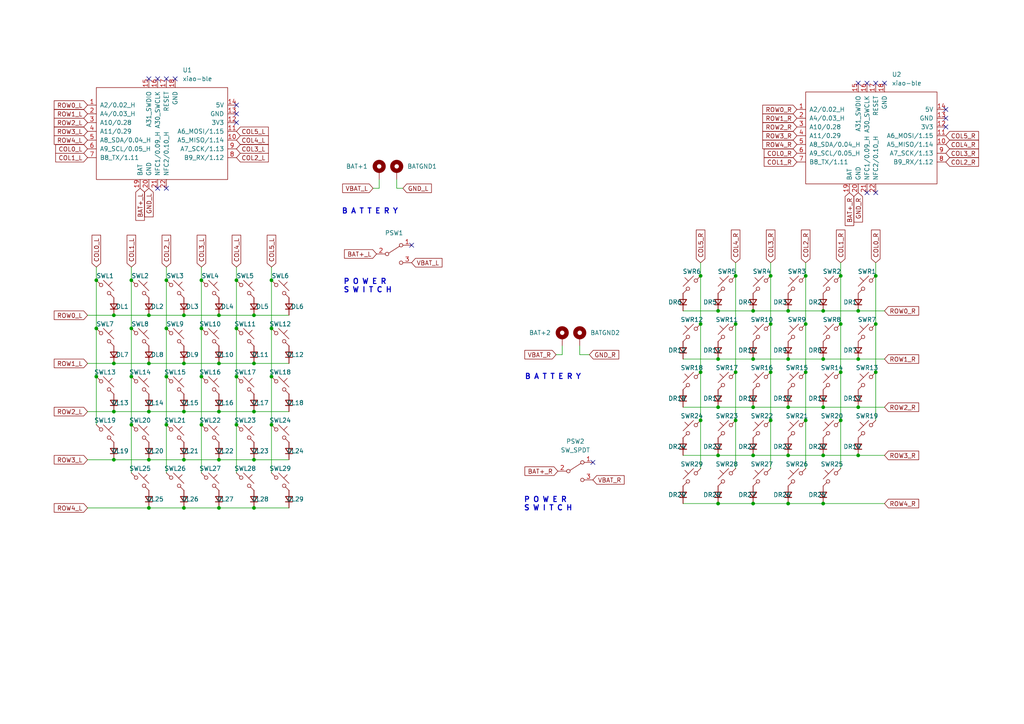
<source format=kicad_sch>
(kicad_sch (version 20250114) (generator "eeschema") (generator_version "9.0")
  (paper "A4")
  (lib_symbols
    (symbol "Device:D_Small" (pin_numbers (hide yes)) (pin_names (offset 0.254) (hide yes))
      (property "Reference" "D" (at -1.27 2.032 0))
      (property "Value" "D_Small" (at -3.81 -2.032 0))
      (symbol "D_Small_1_1"
        (pin passive line (at -2.54 0 0) (length 1.778) (name "K") (number "1"))
        (pin passive line (at 2.54 0 180) (length 1.778) (name "A") (number "2"))
      )
    )
    (symbol "Mechanical:MountingHole_Pad" (pin_numbers (hide yes)) (pin_names (offset 1.016) (hide yes))
      (property "Reference" "H" (at 0 6.35 0))
      (property "Value" "MountingHole_Pad" (at 0 4.445 0))
      (symbol "MountingHole_Pad_1_1"
        (pin input line (at 0 -2.54 90) (length 2.54) (name "1") (number "1"))
      )
    )
    (symbol "Switch:SW_Push_45deg" (pin_numbers (hide yes)) (pin_names (offset 1.016) (hide yes))
      (property "Reference" "SW" (at 3.048 1.016 0))
      (property "Value" "SW_Push_45deg" (at 0 -3.81 0))
      (symbol "SW_Push_45deg_0_1"
        (pin passive line (at -2.54 2.54 0) (length 0) (name "1") (number "1"))
        (pin passive line (at 2.54 -2.54 180) (length 0) (name "2") (number "2"))
      )
    )
    (symbol "Switch:SW_SPDT" (pin_names (offset 0) (hide yes))
      (property "Reference" "SW" (at 0 4.318 0))
      (property "Value" "SW_SPDT" (at 0 -5.08 0))
      (symbol "SW_SPDT_1_1"
        (pin passive line (at -5.08 0 0) (length 2.54) (name "B") (number "2"))
        (pin passive line (at 5.08 2.54 180) (length 2.54) (name "A") (number "1"))
        (pin passive line (at 5.08 -2.54 180) (length 2.54) (name "C") (number "3"))
      )
    )
    (symbol "mcu:xiao-ble" (pin_names (offset 1.016))
      (property "Reference" "U" (at -17.78 16.51 0))
      (property "Value" "xiao-ble" (at -15.24 13.97 0))
      (symbol "xiao-ble_1_1"
        (pin bidirectional line (at -21.59 7.62 0) (length 2.54) (name "A2/0.02_H") (number "1"))
        (pin bidirectional line (at -21.59 5.08 0) (length 2.54) (name "A4/0.03_H") (number "2"))
        (pin bidirectional line (at -21.59 2.54 0) (length 2.54) (name "A10/0.28") (number "3"))
        (pin bidirectional line (at -21.59 0 0) (length 2.54) (name "A11/0.29") (number "4"))
        (pin bidirectional line (at -21.59 -2.54 0) (length 2.54) (name "A8_SDA/0.04_H") (number "5"))
        (pin bidirectional line (at -21.59 -5.08 0) (length 2.54) (name "A9_SCL/0.05_H") (number "6"))
        (pin bidirectional line (at -21.59 -7.62 0) (length 2.54) (name "B8_TX/1.11") (number "7"))
        (pin bidirectional line (at -6.35 -16.51 90) (length 2.54) (name "BAT") (number "19"))
        (pin input line (at -3.81 15.24 270) (length 2.54) (name "A31_SWDIO") (number "15"))
        (pin power_out line (at -3.81 -16.51 90) (length 2.54) (name "GND") (number "20"))
        (pin input line (at -1.27 15.24 270) (length 2.54) (name "A30_SWCLK") (number "16"))
        (pin bidirectional line (at -1.27 -16.51 90) (length 2.54) (name "NFC1/0.09_H") (number "21"))
        (pin input line (at 1.27 15.24 270) (length 2.54) (name "RESET") (number "17"))
        (pin bidirectional line (at 1.27 -16.51 90) (length 2.54) (name "NFC2/0.10_H") (number "22"))
        (pin power_out line (at 3.81 15.24 270) (length 2.54) (name "GND") (number "18"))
        (pin power_out line (at 21.59 7.62 180) (length 2.54) (name "5V") (number "14"))
        (pin power_out line (at 21.59 5.08 180) (length 2.54) (name "GND") (number "13"))
        (pin power_out line (at 21.59 2.54 180) (length 2.54) (name "3V3") (number "12"))
        (pin bidirectional line (at 21.59 0 180) (length 2.54) (name "A6_MOSI/1.15") (number "11"))
        (pin bidirectional line (at 21.59 -2.54 180) (length 2.54) (name "A5_MISO/1.14") (number "10"))
        (pin bidirectional line (at 21.59 -5.08 180) (length 2.54) (name "A7_SCK/1.13") (number "9"))
        (pin bidirectional line (at 21.59 -7.62 180) (length 2.54) (name "B9_RX/1.12") (number "8"))
      )
    )
  )
  (text "P O W E R\nS W I T C H" (at 99.568 85.09 0) (effects (font (size 1.5 1.5) (thickness 0.3) (bold yes)) (justify left bottom)))
  (text "B A T T E R Y" (at 152.146 110.236 0) (effects (font (size 1.5 1.5) (thickness 0.3) (bold yes)) (justify left bottom)))
  (text "B A T T E R Y" (at 99.06 62.23 0) (effects (font (size 1.5 1.5) (thickness 0.3) (bold yes)) (justify left bottom)))
  (text "P O W E R\nS W I T C H" (at 151.892 148.336 0) (effects (font (size 1.5 1.5) (thickness 0.3) (bold yes)) (justify left bottom)))
  (junction (at 53.34 133.35))
  (junction (at 43.18 105.41))
  (junction (at 248.92 132.08))
  (junction (at 254 107.95))
  (junction (at 208.28 104.14))
  (junction (at 248.92 90.17))
  (junction (at 228.6 146.05))
  (junction (at 33.02 119.38))
  (junction (at 53.34 91.44))
  (junction (at 48.26 81.28))
  (junction (at 58.42 81.28))
  (junction (at 73.66 105.41))
  (junction (at 33.02 91.44))
  (junction (at 73.66 119.38))
  (junction (at 238.76 146.05))
  (junction (at 254 93.98))
  (junction (at 53.34 105.41))
  (junction (at 238.76 118.11))
  (junction (at 43.18 147.32))
  (junction (at 218.44 90.17))
  (junction (at 208.28 146.05))
  (junction (at 63.5 119.38))
  (junction (at 243.84 121.92))
  (junction (at 213.36 93.98))
  (junction (at 228.6 132.08))
  (junction (at 233.68 93.98))
  (junction (at 38.1 123.19))
  (junction (at 38.1 109.22))
  (junction (at 63.5 147.32))
  (junction (at 248.92 104.14))
  (junction (at 43.18 91.44))
  (junction (at 68.58 123.19))
  (junction (at 78.74 123.19))
  (junction (at 203.2 93.98))
  (junction (at 63.5 105.41))
  (junction (at 233.68 80.01))
  (junction (at 208.28 90.17))
  (junction (at 203.2 121.92))
  (junction (at 68.58 81.28))
  (junction (at 63.5 91.44))
  (junction (at 233.68 121.92))
  (junction (at 38.1 95.25))
  (junction (at 27.94 95.25))
  (junction (at 218.44 132.08))
  (junction (at 223.52 121.92))
  (junction (at 223.52 80.01))
  (junction (at 213.36 107.95))
  (junction (at 73.66 91.44))
  (junction (at 223.52 93.98))
  (junction (at 53.34 119.38))
  (junction (at 73.66 147.32))
  (junction (at 33.02 133.35))
  (junction (at 33.02 105.41))
  (junction (at 63.5 133.35))
  (junction (at 213.36 80.01))
  (junction (at 73.66 133.35))
  (junction (at 238.76 104.14))
  (junction (at 243.84 80.01))
  (junction (at 228.6 104.14))
  (junction (at 58.42 123.19))
  (junction (at 58.42 109.22))
  (junction (at 223.52 107.95))
  (junction (at 243.84 93.98))
  (junction (at 58.42 95.25))
  (junction (at 233.68 107.95))
  (junction (at 38.1 81.28))
  (junction (at 228.6 118.11))
  (junction (at 213.36 121.92))
  (junction (at 208.28 118.11))
  (junction (at 218.44 104.14))
  (junction (at 48.26 109.22))
  (junction (at 78.74 81.28))
  (junction (at 228.6 90.17))
  (junction (at 238.76 90.17))
  (junction (at 254 80.01))
  (junction (at 48.26 123.19))
  (junction (at 238.76 132.08))
  (junction (at 243.84 107.95))
  (junction (at 218.44 118.11))
  (junction (at 248.92 118.11))
  (junction (at 48.26 95.25))
  (junction (at 203.2 107.95))
  (junction (at 27.94 109.22))
  (junction (at 78.74 95.25))
  (junction (at 43.18 133.35))
  (junction (at 68.58 95.25))
  (junction (at 203.2 80.01))
  (junction (at 218.44 146.05))
  (junction (at 208.28 132.08))
  (junction (at 53.34 147.32))
  (junction (at 78.74 109.22))
  (junction (at 43.18 119.38))
  (junction (at 27.94 81.28))
  (junction (at 68.58 109.22))
  (no_connect (at 248.92 24.13))
  (no_connect (at 68.58 33.02))
  (no_connect (at 50.8 22.86))
  (no_connect (at 68.58 30.48))
  (no_connect (at 48.26 54.61))
  (no_connect (at 274.32 31.75))
  (no_connect (at 48.26 22.86))
  (no_connect (at 43.18 22.86))
  (no_connect (at 274.32 34.29))
  (no_connect (at 45.72 54.61))
  (no_connect (at 45.72 22.86))
  (no_connect (at 274.32 36.83))
  (no_connect (at 171.958 134.112))
  (no_connect (at 68.58 35.56))
  (no_connect (at 256.54 24.13))
  (no_connect (at 251.46 24.13))
  (no_connect (at 119.38 71.12))
  (no_connect (at 251.46 55.88))
  (no_connect (at 254 55.88))
  (no_connect (at 254 24.13))
  (wire (pts (xy 248.92 90.17) (xy 256.54 90.17)))
  (wire (pts (xy 58.42 109.22) (xy 58.42 123.19)))
  (wire (pts (xy 68.58 95.25) (xy 68.58 109.22)))
  (wire (pts (xy 73.66 91.44) (xy 83.82 91.44)))
  (wire (pts (xy 27.94 109.22) (xy 27.94 123.19)))
  (wire (pts (xy 213.36 107.95) (xy 213.36 121.92)))
  (wire (pts (xy 68.58 81.28) (xy 68.58 95.25)))
  (wire (pts (xy 68.58 77.47) (xy 68.58 81.28)))
  (wire (pts (xy 38.1 109.22) (xy 38.1 123.19)))
  (wire (pts (xy 48.26 123.19) (xy 48.26 137.16)))
  (wire (pts (xy 238.76 104.14) (xy 248.92 104.14)))
  (wire (pts (xy 63.5 133.35) (xy 73.66 133.35)))
  (wire (pts (xy 78.74 77.47) (xy 78.74 81.28)))
  (wire (pts (xy 248.92 118.11) (xy 256.54 118.11)))
  (wire (pts (xy 198.12 90.17) (xy 208.28 90.17)))
  (wire (pts (xy 58.42 95.25) (xy 58.42 109.22)))
  (wire (pts (xy 27.94 81.28) (xy 27.94 95.25)))
  (wire (pts (xy 27.94 95.25) (xy 27.94 109.22)))
  (wire (pts (xy 48.26 77.47) (xy 48.26 81.28)))
  (wire (pts (xy 43.18 133.35) (xy 53.34 133.35)))
  (wire (pts (xy 63.5 105.41) (xy 73.66 105.41)))
  (wire (pts (xy 208.28 104.14) (xy 218.44 104.14)))
  (wire (pts (xy 43.18 147.32) (xy 53.34 147.32)))
  (wire (pts (xy 198.12 118.11) (xy 208.28 118.11)))
  (wire (pts (xy 38.1 95.25) (xy 38.1 109.22)))
  (wire (pts (xy 228.6 90.17) (xy 238.76 90.17)))
  (wire (pts (xy 43.18 105.41) (xy 53.34 105.41)))
  (wire (pts (xy 198.12 104.14) (xy 208.28 104.14)))
  (wire (pts (xy 115.062 52.07) (xy 115.062 54.61)))
  (wire (pts (xy 63.5 119.38) (xy 73.66 119.38)))
  (wire (pts (xy 73.66 133.35) (xy 83.82 133.35)))
  (wire (pts (xy 223.52 80.01) (xy 223.52 93.98)))
  (wire (pts (xy 33.02 105.41) (xy 43.18 105.41)))
  (wire (pts (xy 38.1 123.19) (xy 38.1 137.16)))
  (wire (pts (xy 218.44 132.08) (xy 228.6 132.08)))
  (wire (pts (xy 228.6 132.08) (xy 238.76 132.08)))
  (wire (pts (xy 208.28 90.17) (xy 218.44 90.17)))
  (wire (pts (xy 73.66 119.38) (xy 83.82 119.38)))
  (wire (pts (xy 203.2 107.95) (xy 203.2 121.92)))
  (wire (pts (xy 108.204 54.61) (xy 109.982 54.61)))
  (wire (pts (xy 243.84 107.95) (xy 243.84 121.92)))
  (wire (pts (xy 223.52 76.2) (xy 223.52 80.01)))
  (wire (pts (xy 203.2 121.92) (xy 203.2 135.89)))
  (wire (pts (xy 233.68 76.2) (xy 233.68 80.01)))
  (wire (pts (xy 223.52 93.98) (xy 223.52 107.95)))
  (wire (pts (xy 58.42 81.28) (xy 58.42 95.25)))
  (wire (pts (xy 218.44 118.11) (xy 228.6 118.11)))
  (wire (pts (xy 168.148 100.33) (xy 168.148 102.87)))
  (wire (pts (xy 254 93.98) (xy 254 107.95)))
  (wire (pts (xy 203.2 93.98) (xy 203.2 107.95)))
  (wire (pts (xy 254 107.95) (xy 254 121.92)))
  (wire (pts (xy 233.68 107.95) (xy 233.68 121.92)))
  (wire (pts (xy 248.92 104.14) (xy 256.54 104.14)))
  (wire (pts (xy 213.36 93.98) (xy 213.36 107.95)))
  (wire (pts (xy 203.2 80.01) (xy 203.2 93.98)))
  (wire (pts (xy 208.28 146.05) (xy 218.44 146.05)))
  (wire (pts (xy 25.4 105.41) (xy 33.02 105.41)))
  (wire (pts (xy 243.84 121.92) (xy 243.84 135.89)))
  (wire (pts (xy 78.74 81.28) (xy 78.74 95.25)))
  (wire (pts (xy 78.74 95.25) (xy 78.74 109.22)))
  (wire (pts (xy 218.44 90.17) (xy 228.6 90.17)))
  (wire (pts (xy 53.34 133.35) (xy 63.5 133.35)))
  (wire (pts (xy 53.34 147.32) (xy 63.5 147.32)))
  (wire (pts (xy 53.34 91.44) (xy 63.5 91.44)))
  (wire (pts (xy 25.4 147.32) (xy 43.18 147.32)))
  (wire (pts (xy 228.6 146.05) (xy 238.76 146.05)))
  (wire (pts (xy 25.4 133.35) (xy 33.02 133.35)))
  (wire (pts (xy 58.42 77.47) (xy 58.42 81.28)))
  (wire (pts (xy 63.5 147.32) (xy 73.66 147.32)))
  (wire (pts (xy 68.58 109.22) (xy 68.58 123.19)))
  (wire (pts (xy 233.68 121.92) (xy 233.68 135.89)))
  (wire (pts (xy 168.148 102.87) (xy 170.942 102.87)))
  (wire (pts (xy 233.68 93.98) (xy 233.68 107.95)))
  (wire (pts (xy 33.02 133.35) (xy 43.18 133.35)))
  (wire (pts (xy 33.02 119.38) (xy 43.18 119.38)))
  (wire (pts (xy 213.36 121.92) (xy 213.36 135.89)))
  (wire (pts (xy 27.94 77.47) (xy 27.94 81.28)))
  (wire (pts (xy 38.1 81.28) (xy 38.1 95.25)))
  (wire (pts (xy 238.76 90.17) (xy 248.92 90.17)))
  (wire (pts (xy 254 76.2) (xy 254 80.01)))
  (wire (pts (xy 223.52 107.95) (xy 223.52 121.92)))
  (wire (pts (xy 73.66 105.41) (xy 83.82 105.41)))
  (wire (pts (xy 233.68 80.01) (xy 233.68 93.98)))
  (wire (pts (xy 213.36 76.2) (xy 213.36 80.01)))
  (wire (pts (xy 238.76 118.11) (xy 248.92 118.11)))
  (wire (pts (xy 53.34 119.38) (xy 63.5 119.38)))
  (wire (pts (xy 58.42 123.19) (xy 58.42 137.16)))
  (wire (pts (xy 238.76 132.08) (xy 248.92 132.08)))
  (wire (pts (xy 73.66 147.32) (xy 83.82 147.32)))
  (wire (pts (xy 48.26 95.25) (xy 48.26 109.22)))
  (wire (pts (xy 198.12 146.05) (xy 208.28 146.05)))
  (wire (pts (xy 218.44 146.05) (xy 228.6 146.05)))
  (wire (pts (xy 243.84 80.01) (xy 243.84 93.98)))
  (wire (pts (xy 213.36 80.01) (xy 213.36 93.98)))
  (wire (pts (xy 223.52 121.92) (xy 223.52 135.89)))
  (wire (pts (xy 228.6 104.14) (xy 238.76 104.14)))
  (wire (pts (xy 38.1 77.47) (xy 38.1 81.28)))
  (wire (pts (xy 208.28 132.08) (xy 218.44 132.08)))
  (wire (pts (xy 163.068 102.87) (xy 163.068 100.33)))
  (wire (pts (xy 208.28 118.11) (xy 218.44 118.11)))
  (wire (pts (xy 243.84 93.98) (xy 243.84 107.95)))
  (wire (pts (xy 53.34 105.41) (xy 63.5 105.41)))
  (wire (pts (xy 115.062 54.61) (xy 116.84 54.61)))
  (wire (pts (xy 228.6 118.11) (xy 238.76 118.11)))
  (wire (pts (xy 48.26 81.28) (xy 48.26 95.25)))
  (wire (pts (xy 78.74 123.19) (xy 78.74 137.16)))
  (wire (pts (xy 63.5 91.44) (xy 73.66 91.44)))
  (wire (pts (xy 68.58 123.19) (xy 68.58 137.16)))
  (wire (pts (xy 109.982 54.61) (xy 109.982 52.07)))
  (wire (pts (xy 161.29 102.87) (xy 163.068 102.87)))
  (wire (pts (xy 254 80.01) (xy 254 93.98)))
  (wire (pts (xy 33.02 91.44) (xy 43.18 91.44)))
  (wire (pts (xy 78.74 109.22) (xy 78.74 123.19)))
  (wire (pts (xy 198.12 132.08) (xy 208.28 132.08)))
  (wire (pts (xy 25.4 91.44) (xy 33.02 91.44)))
  (wire (pts (xy 48.26 109.22) (xy 48.26 123.19)))
  (wire (pts (xy 218.44 104.14) (xy 228.6 104.14)))
  (wire (pts (xy 238.76 146.05) (xy 256.54 146.05)))
  (wire (pts (xy 203.2 76.2) (xy 203.2 80.01)))
  (wire (pts (xy 243.84 76.2) (xy 243.84 80.01)))
  (wire (pts (xy 43.18 119.38) (xy 53.34 119.38)))
  (wire (pts (xy 25.4 119.38) (xy 33.02 119.38)))
  (wire (pts (xy 43.18 91.44) (xy 53.34 91.44)))
  (wire (pts (xy 248.92 132.08) (xy 256.54 132.08)))
  (global_label "ROW1_L" (shape input) (at 25.4 105.41 180) (property "Intersheetrefs" "${INTERSHEET_REFS}" (effects (hide yes))))
  (global_label "COL3_R" (shape input) (at 223.52 76.2 90) (property "Intersheetrefs" "${INTERSHEET_REFS}" (effects (hide yes))))
  (global_label "COL5_R" (shape input) (at 274.32 39.37 0) (property "Intersheetrefs" "${INTERSHEET_REFS}" (effects (hide yes))))
  (global_label "COL4_R" (shape input) (at 213.36 76.2 90) (property "Intersheetrefs" "${INTERSHEET_REFS}" (effects (hide yes))))
  (global_label "ROW4_R" (shape input) (at 231.14 41.91 180) (property "Intersheetrefs" "${INTERSHEET_REFS}" (effects (hide yes))))
  (global_label "VBAT_R" (shape input) (at 161.29 102.87 180) (property "Intersheetrefs" "${INTERSHEET_REFS}" (effects (hide yes))))
  (global_label "ROW2_R" (shape input) (at 256.54 118.11 0) (property "Intersheetrefs" "${INTERSHEET_REFS}" (effects (hide yes))))
  (global_label "COL1_L" (shape input) (at 38.1 77.47 90) (property "Intersheetrefs" "${INTERSHEET_REFS}" (effects (hide yes))))
  (global_label "COL2_L" (shape input) (at 68.58 45.72 0) (property "Intersheetrefs" "${INTERSHEET_REFS}" (effects (hide yes))))
  (global_label "ROW2_L" (shape input) (at 25.4 119.38 180) (property "Intersheetrefs" "${INTERSHEET_REFS}" (effects (hide yes))))
  (global_label "COL5_L" (shape input) (at 68.58 38.1 0) (property "Intersheetrefs" "${INTERSHEET_REFS}" (effects (hide yes))))
  (global_label "BAT+_R" (shape input) (at 161.798 136.652 180) (property "Intersheetrefs" "${INTERSHEET_REFS}" (effects (hide yes))))
  (global_label "GND_R" (shape input) (at 248.92 55.88 270) (property "Intersheetrefs" "${INTERSHEET_REFS}" (effects (hide yes))))
  (global_label "ROW2_L" (shape input) (at 25.4 35.56 180) (property "Intersheetrefs" "${INTERSHEET_REFS}" (effects (hide yes))))
  (global_label "ROW0_R" (shape input) (at 231.14 31.75 180) (property "Intersheetrefs" "${INTERSHEET_REFS}" (effects (hide yes))))
  (global_label "COL1_L" (shape input) (at 25.4 45.72 180) (property "Intersheetrefs" "${INTERSHEET_REFS}" (effects (hide yes))))
  (global_label "COL0_L" (shape input) (at 27.94 77.47 90) (property "Intersheetrefs" "${INTERSHEET_REFS}" (effects (hide yes))))
  (global_label "BAT+_R" (shape input) (at 246.38 55.88 270) (property "Intersheetrefs" "${INTERSHEET_REFS}" (effects (hide yes))))
  (global_label "COL0_R" (shape input) (at 254 76.2 90) (property "Intersheetrefs" "${INTERSHEET_REFS}" (effects (hide yes))))
  (global_label "ROW3_R" (shape input) (at 231.14 39.37 180) (property "Intersheetrefs" "${INTERSHEET_REFS}" (effects (hide yes))))
  (global_label "ROW3_L" (shape input) (at 25.4 133.35 180) (property "Intersheetrefs" "${INTERSHEET_REFS}" (effects (hide yes))))
  (global_label "COL2_R" (shape input) (at 233.68 76.2 90) (property "Intersheetrefs" "${INTERSHEET_REFS}" (effects (hide yes))))
  (global_label "COL5_L" (shape input) (at 78.74 77.47 90) (property "Intersheetrefs" "${INTERSHEET_REFS}" (effects (hide yes))))
  (global_label "COL2_L" (shape input) (at 48.26 77.47 90) (property "Intersheetrefs" "${INTERSHEET_REFS}" (effects (hide yes))))
  (global_label "VBAT_R" (shape input) (at 171.958 139.192 0) (property "Intersheetrefs" "${INTERSHEET_REFS}" (effects (hide yes))))
  (global_label "VBAT_L" (shape input) (at 119.38 76.2 0) (property "Intersheetrefs" "${INTERSHEET_REFS}" (effects (hide yes))))
  (global_label "GND_R" (shape input) (at 170.942 102.87 0) (property "Intersheetrefs" "${INTERSHEET_REFS}" (effects (hide yes))))
  (global_label "BAT+_L" (shape input) (at 40.64 54.61 270) (property "Intersheetrefs" "${INTERSHEET_REFS}" (effects (hide yes))))
  (global_label "GND_L" (shape input) (at 116.84 54.61 0) (property "Intersheetrefs" "${INTERSHEET_REFS}" (effects (hide yes))))
  (global_label "COL3_L" (shape input) (at 58.42 77.47 90) (property "Intersheetrefs" "${INTERSHEET_REFS}" (effects (hide yes))))
  (global_label "COL0_L" (shape input) (at 25.4 43.18 180) (property "Intersheetrefs" "${INTERSHEET_REFS}" (effects (hide yes))))
  (global_label "ROW4_L" (shape input) (at 25.4 147.32 180) (property "Intersheetrefs" "${INTERSHEET_REFS}" (effects (hide yes))))
  (global_label "ROW4_L" (shape input) (at 25.4 40.64 180) (property "Intersheetrefs" "${INTERSHEET_REFS}" (effects (hide yes))))
  (global_label "GND_L" (shape input) (at 43.18 54.61 270) (property "Intersheetrefs" "${INTERSHEET_REFS}" (effects (hide yes))))
  (global_label "ROW1_R" (shape input) (at 256.54 104.14 0) (property "Intersheetrefs" "${INTERSHEET_REFS}" (effects (hide yes))))
  (global_label "COL4_L" (shape input) (at 68.58 40.64 0) (property "Intersheetrefs" "${INTERSHEET_REFS}" (effects (hide yes))))
  (global_label "ROW1_L" (shape input) (at 25.4 33.02 180) (property "Intersheetrefs" "${INTERSHEET_REFS}" (effects (hide yes))))
  (global_label "COL4_R" (shape input) (at 274.32 41.91 0) (property "Intersheetrefs" "${INTERSHEET_REFS}" (effects (hide yes))))
  (global_label "COL3_L" (shape input) (at 68.58 43.18 0) (property "Intersheetrefs" "${INTERSHEET_REFS}" (effects (hide yes))))
  (global_label "ROW3_R" (shape input) (at 256.54 132.08 0) (property "Intersheetrefs" "${INTERSHEET_REFS}" (effects (hide yes))))
  (global_label "ROW0_L" (shape input) (at 25.4 30.48 180) (property "Intersheetrefs" "${INTERSHEET_REFS}" (effects (hide yes))))
  (global_label "COL5_R" (shape input) (at 203.2 76.2 90) (property "Intersheetrefs" "${INTERSHEET_REFS}" (effects (hide yes))))
  (global_label "ROW2_R" (shape input) (at 231.14 36.83 180) (property "Intersheetrefs" "${INTERSHEET_REFS}" (effects (hide yes))))
  (global_label "VBAT_L" (shape input) (at 108.204 54.61 180) (property "Intersheetrefs" "${INTERSHEET_REFS}" (effects (hide yes))))
  (global_label "ROW1_R" (shape input) (at 231.14 34.29 180) (property "Intersheetrefs" "${INTERSHEET_REFS}" (effects (hide yes))))
  (global_label "COL1_R" (shape input) (at 231.14 46.99 180) (property "Intersheetrefs" "${INTERSHEET_REFS}" (effects (hide yes))))
  (global_label "ROW3_L" (shape input) (at 25.4 38.1 180) (property "Intersheetrefs" "${INTERSHEET_REFS}" (effects (hide yes))))
  (global_label "COL3_R" (shape input) (at 274.32 44.45 0) (property "Intersheetrefs" "${INTERSHEET_REFS}" (effects (hide yes))))
  (global_label "COL1_R" (shape input) (at 243.84 76.2 90) (property "Intersheetrefs" "${INTERSHEET_REFS}" (effects (hide yes))))
  (global_label "ROW0_R" (shape input) (at 256.54 90.17 0) (property "Intersheetrefs" "${INTERSHEET_REFS}" (effects (hide yes))))
  (global_label "COL0_R" (shape input) (at 231.14 44.45 180) (property "Intersheetrefs" "${INTERSHEET_REFS}" (effects (hide yes))))
  (global_label "COL2_R" (shape input) (at 274.32 46.99 0) (property "Intersheetrefs" "${INTERSHEET_REFS}" (effects (hide yes))))
  (global_label "BAT+_L" (shape input) (at 109.22 73.66 180) (property "Intersheetrefs" "${INTERSHEET_REFS}" (effects (hide yes))))
  (global_label "ROW0_L" (shape input) (at 25.4 91.44 180) (property "Intersheetrefs" "${INTERSHEET_REFS}" (effects (hide yes))))
  (global_label "COL4_L" (shape input) (at 68.58 77.47 90) (property "Intersheetrefs" "${INTERSHEET_REFS}" (effects (hide yes))))
  (global_label "ROW4_R" (shape input) (at 256.54 146.05 0) (property "Intersheetrefs" "${INTERSHEET_REFS}" (effects (hide yes))))
  (symbol (lib_id "Device:D_Small") (at 83.82 130.81 90) (unit 1)
    (property "Reference" "DL24" (at 88.138 130.81 90) (effects (justify left)))
    (property "Value" "D_Small" (effects (hide yes)))
    (property "Footprint" "Diode_SMD:D_SOD-123" (effects (hide yes)))
    (property "Description" "Diode, small symbol" (effects (hide yes)))
    (property "Sim.Device" "D" (effects (hide yes)))
    (property "Sim.Pins" "1=K 2=A" (effects (hide yes)))
  )
  (symbol (lib_id "Device:D_Small") (at 238.76 143.51 270) (mirror x) (unit 1)
    (property "Reference" "DR25" (at 234.442 143.51 90) (effects (justify left)))
    (property "Value" "D_Small" (effects (hide yes)))
    (property "Footprint" "Diode_SMD:D_SOD-123" (effects (hide yes)))
    (property "Description" "Diode, small symbol" (effects (hide yes)))
    (property "Sim.Device" "D" (effects (hide yes)))
    (property "Sim.Pins" "1=K 2=A" (effects (hide yes)))
  )
  (symbol (lib_id "Device:D_Small") (at 248.92 129.54 270) (mirror x) (unit 1)
    (property "Reference" "DR19" (at 244.602 129.54 90) (effects (justify left)))
    (property "Value" "D_Small" (effects (hide yes)))
    (property "Footprint" "Diode_SMD:D_SOD-123" (effects (hide yes)))
    (property "Description" "Diode, small symbol" (effects (hide yes)))
    (property "Sim.Device" "D" (effects (hide yes)))
    (property "Sim.Pins" "1=K 2=A" (effects (hide yes)))
  )
  (symbol (lib_id "Device:D_Small") (at 73.66 102.87 90) (unit 1)
    (property "Reference" "DL11" (at 77.978 102.87 90) (effects (justify left)))
    (property "Value" "D_Small" (effects (hide yes)))
    (property "Footprint" "Diode_SMD:D_SOD-123" (effects (hide yes)))
    (property "Description" "Diode, small symbol" (effects (hide yes)))
    (property "Sim.Device" "D" (effects (hide yes)))
    (property "Sim.Pins" "1=K 2=A" (effects (hide yes)))
  )
  (symbol (lib_id "Switch:SW_Push_45deg") (at 71.12 97.79 0) (unit 1)
    (property "Reference" "SWL11" (at 71.12 93.98 0))
    (property "Value" "SW_Push_45deg" (effects (hide yes)))
    (property "Footprint" "PCM_marbastlib-choc:SW_choc_v1_1u" (effects (hide yes)))
    (property "Description" "Push button switch, normally open, two pins, 45° tilted" (effects (hide yes)))
  )
  (symbol (lib_id "Device:D_Small") (at 43.18 116.84 90) (unit 1)
    (property "Reference" "DL14" (at 47.498 116.84 90) (effects (justify left)))
    (property "Value" "D_Small" (effects (hide yes)))
    (property "Footprint" "Diode_SMD:D_SOD-123" (effects (hide yes)))
    (property "Description" "Diode, small symbol" (effects (hide yes)))
    (property "Sim.Device" "D" (effects (hide yes)))
    (property "Sim.Pins" "1=K 2=A" (effects (hide yes)))
  )
  (symbol (lib_id "Switch:SW_SPDT") (at 114.3 73.66 0) (unit 1)
    (property "Reference" "PSW1" (at 114.3 67.564 0))
    (property "Value" "SW_SPDT" (effects (hide yes)))
    (property "Footprint" "TOTEMlib:MSK12C02" (effects (hide yes)))
  )
  (symbol (lib_id "Switch:SW_Push_45deg") (at 220.98 110.49 0) (mirror y) (unit 1)
    (property "Reference" "SWR16" (at 220.98 106.68 0))
    (property "Value" "SW_Push_45deg" (effects (hide yes)))
    (property "Footprint" "PCM_marbastlib-choc:SW_choc_v1_1u" (effects (hide yes)))
    (property "Description" "Push button switch, normally open, two pins, 45° tilted" (effects (hide yes)))
  )
  (symbol (lib_id "Device:D_Small") (at 238.76 129.54 270) (mirror x) (unit 1)
    (property "Reference" "DR20" (at 234.442 129.54 90) (effects (justify left)))
    (property "Value" "D_Small" (effects (hide yes)))
    (property "Footprint" "Diode_SMD:D_SOD-123" (effects (hide yes)))
    (property "Description" "Diode, small symbol" (effects (hide yes)))
    (property "Sim.Device" "D" (effects (hide yes)))
    (property "Sim.Pins" "1=K 2=A" (effects (hide yes)))
  )
  (symbol (lib_id "Switch:SW_Push_45deg") (at 210.82 138.43 0) (mirror y) (unit 1)
    (property "Reference" "SWR28" (at 210.82 134.62 0))
    (property "Value" "SW_Push_45deg" (effects (hide yes)))
    (property "Footprint" "PCM_marbastlib-choc:SW_choc_v1_1u" (effects (hide yes)))
    (property "Description" "Push button switch, normally open, two pins, 45° tilted" (effects (hide yes)))
  )
  (symbol (lib_id "Switch:SW_Push_45deg") (at 50.8 111.76 0) (unit 1)
    (property "Reference" "SWL15" (at 50.8 107.95 0))
    (property "Value" "SW_Push_45deg" (effects (hide yes)))
    (property "Footprint" "PCM_marbastlib-choc:SW_choc_v1_1u" (effects (hide yes)))
    (property "Description" "Push button switch, normally open, two pins, 45° tilted" (effects (hide yes)))
  )
  (symbol (lib_id "Mechanical:MountingHole_Pad") (at 109.982 49.53 0) (unit 1)
    (property "Reference" "BAT+1" (at 106.68 48.26 0) (effects (justify right)))
    (property "Value" "+" (effects (hide yes)))
    (property "Footprint" "Connector_Wire:SolderWirePad_1x01_SMD_2x4mm" (effects (hide yes)))
  )
  (symbol (lib_id "Switch:SW_Push_45deg") (at 50.8 139.7 0) (unit 1)
    (property "Reference" "SWL26" (at 50.8 135.89 0))
    (property "Value" "SW_Push_45deg" (effects (hide yes)))
    (property "Footprint" "PCM_marbastlib-choc:SW_choc_v1_1u" (effects (hide yes)))
    (property "Description" "Push button switch, normally open, two pins, 45° tilted" (effects (hide yes)))
  )
  (symbol (lib_id "Device:D_Small") (at 218.44 87.63 270) (mirror x) (unit 1)
    (property "Reference" "DR4" (at 214.122 87.63 90) (effects (justify left)))
    (property "Value" "D_Small" (effects (hide yes)))
    (property "Footprint" "Diode_SMD:D_SOD-123" (effects (hide yes)))
    (property "Description" "Diode, small symbol" (effects (hide yes)))
    (property "Sim.Device" "D" (effects (hide yes)))
    (property "Sim.Pins" "1=K 2=A" (effects (hide yes)))
  )
  (symbol (lib_id "Switch:SW_SPDT") (at 166.878 136.652 0) (unit 1)
    (property "Reference" "PSW2" (at 166.878 128.016 0))
    (property "Value" "SW_SPDT" (at 166.878 130.556 0))
    (property "Footprint" "TOTEMlib:MSK12C02" (effects (hide yes)))
  )
  (symbol (lib_id "Switch:SW_Push_45deg") (at 200.66 124.46 0) (mirror y) (unit 1)
    (property "Reference" "SWR24" (at 200.66 120.65 0))
    (property "Value" "SW_Push_45deg" (effects (hide yes)))
    (property "Footprint" "PCM_marbastlib-choc:SW_choc_v1_1u" (effects (hide yes)))
    (property "Description" "Push button switch, normally open, two pins, 45° tilted" (effects (hide yes)))
  )
  (symbol (lib_id "Device:D_Small") (at 198.12 143.51 270) (mirror x) (unit 1)
    (property "Reference" "DR29" (at 193.802 143.51 90) (effects (justify left)))
    (property "Value" "D_Small" (effects (hide yes)))
    (property "Footprint" "Diode_SMD:D_SOD-123" (effects (hide yes)))
    (property "Description" "Diode, small symbol" (effects (hide yes)))
    (property "Sim.Device" "D" (effects (hide yes)))
    (property "Sim.Pins" "1=K 2=A" (effects (hide yes)))
  )
  (symbol (lib_id "Mechanical:MountingHole_Pad") (at 115.062 49.53 0) (unit 1)
    (property "Reference" "BATGND1" (at 118.11 48.26 0) (effects (justify left)))
    (property "Value" "-" (effects (hide yes)))
    (property "Footprint" "Connector_Wire:SolderWirePad_1x01_SMD_2x4mm" (effects (hide yes)))
  )
  (symbol (lib_id "Device:D_Small") (at 208.28 129.54 270) (mirror x) (unit 1)
    (property "Reference" "DR23" (at 203.962 129.54 90) (effects (justify left)))
    (property "Value" "D_Small" (effects (hide yes)))
    (property "Footprint" "Diode_SMD:D_SOD-123" (effects (hide yes)))
    (property "Description" "Diode, small symbol" (effects (hide yes)))
    (property "Sim.Device" "D" (effects (hide yes)))
    (property "Sim.Pins" "1=K 2=A" (effects (hide yes)))
  )
  (symbol (lib_id "Switch:SW_Push_45deg") (at 40.64 97.79 0) (unit 1)
    (property "Reference" "SWL8" (at 40.64 93.98 0))
    (property "Value" "SW_Push_45deg" (effects (hide yes)))
    (property "Footprint" "PCM_marbastlib-choc:SW_choc_v1_1u" (effects (hide yes)))
    (property "Description" "Push button switch, normally open, two pins, 45° tilted" (effects (hide yes)))
  )
  (symbol (lib_id "Device:D_Small") (at 228.6 101.6 270) (mirror x) (unit 1)
    (property "Reference" "DR9" (at 224.282 101.6 90) (effects (justify left)))
    (property "Value" "D_Small" (effects (hide yes)))
    (property "Footprint" "Diode_SMD:D_SOD-123" (effects (hide yes)))
    (property "Description" "Diode, small symbol" (effects (hide yes)))
    (property "Sim.Device" "D" (effects (hide yes)))
    (property "Sim.Pins" "1=K 2=A" (effects (hide yes)))
  )
  (symbol (lib_id "Switch:SW_Push_45deg") (at 200.66 110.49 0) (mirror y) (unit 1)
    (property "Reference" "SWR18" (at 200.66 106.68 0))
    (property "Value" "SW_Push_45deg" (effects (hide yes)))
    (property "Footprint" "PCM_marbastlib-choc:SW_choc_v1_1u" (effects (hide yes)))
    (property "Description" "Push button switch, normally open, two pins, 45° tilted" (effects (hide yes)))
  )
  (symbol (lib_id "Device:D_Small") (at 248.92 101.6 270) (mirror x) (unit 1)
    (property "Reference" "DR7" (at 244.602 101.6 90) (effects (justify left)))
    (property "Value" "D_Small" (effects (hide yes)))
    (property "Footprint" "Diode_SMD:D_SOD-123" (effects (hide yes)))
    (property "Description" "Diode, small symbol" (effects (hide yes)))
    (property "Sim.Device" "D" (effects (hide yes)))
    (property "Sim.Pins" "1=K 2=A" (effects (hide yes)))
  )
  (symbol (lib_id "Device:D_Small") (at 73.66 130.81 90) (unit 1)
    (property "Reference" "DL23" (at 77.978 130.81 90) (effects (justify left)))
    (property "Value" "D_Small" (effects (hide yes)))
    (property "Footprint" "Diode_SMD:D_SOD-123" (effects (hide yes)))
    (property "Description" "Diode, small symbol" (effects (hide yes)))
    (property "Sim.Device" "D" (effects (hide yes)))
    (property "Sim.Pins" "1=K 2=A" (effects (hide yes)))
  )
  (symbol (lib_id "Switch:SW_Push_45deg") (at 241.3 96.52 0) (mirror y) (unit 1)
    (property "Reference" "SWR8" (at 241.3 92.71 0))
    (property "Value" "SW_Push_45deg" (effects (hide yes)))
    (property "Footprint" "PCM_marbastlib-choc:SW_choc_v1_1u" (effects (hide yes)))
    (property "Description" "Push button switch, normally open, two pins, 45° tilted" (effects (hide yes)))
  )
  (symbol (lib_id "Switch:SW_Push_45deg") (at 210.82 110.49 0) (mirror y) (unit 1)
    (property "Reference" "SWR17" (at 210.82 106.68 0))
    (property "Value" "SW_Push_45deg" (effects (hide yes)))
    (property "Footprint" "PCM_marbastlib-choc:SW_choc_v1_1u" (effects (hide yes)))
    (property "Description" "Push button switch, normally open, two pins, 45° tilted" (effects (hide yes)))
  )
  (symbol (lib_id "Device:D_Small") (at 238.76 87.63 270) (mirror x) (unit 1)
    (property "Reference" "DR2" (at 234.442 87.63 90) (effects (justify left)))
    (property "Value" "D_Small" (effects (hide yes)))
    (property "Footprint" "Diode_SMD:D_SOD-123" (effects (hide yes)))
    (property "Description" "Diode, small symbol" (effects (hide yes)))
    (property "Sim.Device" "D" (effects (hide yes)))
    (property "Sim.Pins" "1=K 2=A" (effects (hide yes)))
  )
  (symbol (lib_id "Switch:SW_Push_45deg") (at 71.12 125.73 0) (unit 1)
    (property "Reference" "SWL23" (at 71.12 121.92 0))
    (property "Value" "SW_Push_45deg" (effects (hide yes)))
    (property "Footprint" "PCM_marbastlib-choc:SW_choc_v1_1u" (effects (hide yes)))
    (property "Description" "Push button switch, normally open, two pins, 45° tilted" (effects (hide yes)))
  )
  (symbol (lib_id "Switch:SW_Push_45deg") (at 50.8 125.73 0) (unit 1)
    (property "Reference" "SWL21" (at 50.8 121.92 0))
    (property "Value" "SW_Push_45deg" (effects (hide yes)))
    (property "Footprint" "PCM_marbastlib-choc:SW_choc_v1_1u" (effects (hide yes)))
    (property "Description" "Push button switch, normally open, two pins, 45° tilted" (effects (hide yes)))
  )
  (symbol (lib_id "Device:D_Small") (at 43.18 88.9 90) (unit 1)
    (property "Reference" "DL2" (at 47.498 88.9 90) (effects (justify left)))
    (property "Value" "D_Small" (effects (hide yes)))
    (property "Footprint" "Diode_SMD:D_SOD-123" (effects (hide yes)))
    (property "Description" "Diode, small symbol" (effects (hide yes)))
    (property "Sim.Device" "D" (effects (hide yes)))
    (property "Sim.Pins" "1=K 2=A" (effects (hide yes)))
  )
  (symbol (lib_id "Device:D_Small") (at 33.02 102.87 90) (unit 1)
    (property "Reference" "DL7" (at 37.338 102.87 90) (effects (justify left)))
    (property "Value" "D_Small" (effects (hide yes)))
    (property "Footprint" "Diode_SMD:D_SOD-123" (effects (hide yes)))
    (property "Description" "Diode, small symbol" (effects (hide yes)))
    (property "Sim.Device" "D" (effects (hide yes)))
    (property "Sim.Pins" "1=K 2=A" (effects (hide yes)))
  )
  (symbol (lib_id "Device:D_Small") (at 208.28 143.51 270) (mirror x) (unit 1)
    (property "Reference" "DR28" (at 203.962 143.51 90) (effects (justify left)))
    (property "Value" "D_Small" (effects (hide yes)))
    (property "Footprint" "Diode_SMD:D_SOD-123" (effects (hide yes)))
    (property "Description" "Diode, small symbol" (effects (hide yes)))
    (property "Sim.Device" "D" (effects (hide yes)))
    (property "Sim.Pins" "1=K 2=A" (effects (hide yes)))
  )
  (symbol (lib_id "Switch:SW_Push_45deg") (at 220.98 138.43 0) (mirror y) (unit 1)
    (property "Reference" "SWR27" (at 220.98 134.62 0))
    (property "Value" "SW_Push_45deg" (effects (hide yes)))
    (property "Footprint" "PCM_marbastlib-choc:SW_choc_v1_1u" (effects (hide yes)))
    (property "Description" "Push button switch, normally open, two pins, 45° tilted" (effects (hide yes)))
  )
  (symbol (lib_id "Switch:SW_Push_45deg") (at 81.28 83.82 0) (unit 1)
    (property "Reference" "SWL6" (at 81.28 80.01 0))
    (property "Value" "SW_Push_45deg" (effects (hide yes)))
    (property "Footprint" "PCM_marbastlib-choc:SW_choc_v1_1u" (effects (hide yes)))
    (property "Description" "Push button switch, normally open, two pins, 45° tilted" (effects (hide yes)))
  )
  (symbol (lib_id "Switch:SW_Push_45deg") (at 60.96 83.82 0) (unit 1)
    (property "Reference" "SWL4" (at 60.96 80.01 0))
    (property "Value" "SW_Push_45deg" (effects (hide yes)))
    (property "Footprint" "PCM_marbastlib-choc:SW_choc_v1_1u" (effects (hide yes)))
    (property "Description" "Push button switch, normally open, two pins, 45° tilted" (effects (hide yes)))
  )
  (symbol (lib_id "Device:D_Small") (at 33.02 88.9 90) (unit 1)
    (property "Reference" "DL1" (at 37.338 88.9 90) (effects (justify left)))
    (property "Value" "D_Small" (effects (hide yes)))
    (property "Footprint" "Diode_SMD:D_SOD-123" (effects (hide yes)))
    (property "Description" "Diode, small symbol" (effects (hide yes)))
    (property "Sim.Device" "D" (effects (hide yes)))
    (property "Sim.Pins" "1=K 2=A" (effects (hide yes)))
  )
  (symbol (lib_id "Device:D_Small") (at 83.82 88.9 90) (unit 1)
    (property "Reference" "DL6" (at 88.138 88.9 90) (effects (justify left)))
    (property "Value" "D_Small" (effects (hide yes)))
    (property "Footprint" "Diode_SMD:D_SOD-123" (effects (hide yes)))
    (property "Description" "Diode, small symbol" (effects (hide yes)))
    (property "Sim.Device" "D" (effects (hide yes)))
    (property "Sim.Pins" "1=K 2=A" (effects (hide yes)))
  )
  (symbol (lib_id "Device:D_Small") (at 83.82 144.78 90) (unit 1)
    (property "Reference" "DL29" (at 88.138 144.78 90) (effects (justify left)))
    (property "Value" "D_Small" (effects (hide yes)))
    (property "Footprint" "Diode_SMD:D_SOD-123" (effects (hide yes)))
    (property "Description" "Diode, small symbol" (effects (hide yes)))
    (property "Sim.Device" "D" (effects (hide yes)))
    (property "Sim.Pins" "1=K 2=A" (effects (hide yes)))
  )
  (symbol (lib_id "Device:D_Small") (at 198.12 87.63 270) (mirror x) (unit 1)
    (property "Reference" "DR6" (at 193.802 87.63 90) (effects (justify left)))
    (property "Value" "D_Small" (effects (hide yes)))
    (property "Footprint" "Diode_SMD:D_SOD-123" (effects (hide yes)))
    (property "Description" "Diode, small symbol" (effects (hide yes)))
    (property "Sim.Device" "D" (effects (hide yes)))
    (property "Sim.Pins" "1=K 2=A" (effects (hide yes)))
  )
  (symbol (lib_id "Device:D_Small") (at 208.28 115.57 270) (mirror x) (unit 1)
    (property "Reference" "DR17" (at 203.962 115.57 90) (effects (justify left)))
    (property "Value" "D_Small" (effects (hide yes)))
    (property "Footprint" "Diode_SMD:D_SOD-123" (effects (hide yes)))
    (property "Description" "Diode, small symbol" (effects (hide yes)))
    (property "Sim.Device" "D" (effects (hide yes)))
    (property "Sim.Pins" "1=K 2=A" (effects (hide yes)))
  )
  (symbol (lib_id "Switch:SW_Push_45deg") (at 200.66 138.43 0) (mirror y) (unit 1)
    (property "Reference" "SWR29" (at 200.66 134.62 0))
    (property "Value" "SW_Push_45deg" (effects (hide yes)))
    (property "Footprint" "PCM_marbastlib-choc:SW_choc_v1_1u" (effects (hide yes)))
    (property "Description" "Push button switch, normally open, two pins, 45° tilted" (effects (hide yes)))
  )
  (symbol (lib_id "Device:D_Small") (at 198.12 115.57 270) (mirror x) (unit 1)
    (property "Reference" "DR18" (at 193.802 115.57 90) (effects (justify left)))
    (property "Value" "D_Small" (effects (hide yes)))
    (property "Footprint" "Diode_SMD:D_SOD-123" (effects (hide yes)))
    (property "Description" "Diode, small symbol" (effects (hide yes)))
    (property "Sim.Device" "D" (effects (hide yes)))
    (property "Sim.Pins" "1=K 2=A" (effects (hide yes)))
  )
  (symbol (lib_id "Switch:SW_Push_45deg") (at 241.3 124.46 0) (mirror y) (unit 1)
    (property "Reference" "SWR20" (at 241.3 120.65 0))
    (property "Value" "SW_Push_45deg" (effects (hide yes)))
    (property "Footprint" "PCM_marbastlib-choc:SW_choc_v1_1u" (effects (hide yes)))
    (property "Description" "Push button switch, normally open, two pins, 45° tilted" (effects (hide yes)))
  )
  (symbol (lib_id "Switch:SW_Push_45deg") (at 71.12 139.7 0) (unit 1)
    (property "Reference" "SWL28" (at 71.12 135.89 0))
    (property "Value" "SW_Push_45deg" (effects (hide yes)))
    (property "Footprint" "PCM_marbastlib-choc:SW_choc_v1_1u" (effects (hide yes)))
    (property "Description" "Push button switch, normally open, two pins, 45° tilted" (effects (hide yes)))
  )
  (symbol (lib_id "Switch:SW_Push_45deg") (at 200.66 96.52 0) (mirror y) (unit 1)
    (property "Reference" "SWR12" (at 200.66 92.71 0))
    (property "Value" "SW_Push_45deg" (effects (hide yes)))
    (property "Footprint" "PCM_marbastlib-choc:SW_choc_v1_1u" (effects (hide yes)))
    (property "Description" "Push button switch, normally open, two pins, 45° tilted" (effects (hide yes)))
  )
  (symbol (lib_id "Device:D_Small") (at 228.6 87.63 270) (mirror x) (unit 1)
    (property "Reference" "DR3" (at 224.282 87.63 90) (effects (justify left)))
    (property "Value" "D_Small" (effects (hide yes)))
    (property "Footprint" "Diode_SMD:D_SOD-123" (effects (hide yes)))
    (property "Description" "Diode, small symbol" (effects (hide yes)))
    (property "Sim.Device" "D" (effects (hide yes)))
    (property "Sim.Pins" "1=K 2=A" (effects (hide yes)))
  )
  (symbol (lib_id "Device:D_Small") (at 218.44 115.57 270) (mirror x) (unit 1)
    (property "Reference" "DR16" (at 214.122 115.57 90) (effects (justify left)))
    (property "Value" "D_Small" (effects (hide yes)))
    (property "Footprint" "Diode_SMD:D_SOD-123" (effects (hide yes)))
    (property "Description" "Diode, small symbol" (effects (hide yes)))
    (property "Sim.Device" "D" (effects (hide yes)))
    (property "Sim.Pins" "1=K 2=A" (effects (hide yes)))
  )
  (symbol (lib_id "Switch:SW_Push_45deg") (at 200.66 82.55 0) (mirror y) (unit 1)
    (property "Reference" "SWR6" (at 200.66 78.74 0))
    (property "Value" "SW_Push_45deg" (effects (hide yes)))
    (property "Footprint" "PCM_marbastlib-choc:SW_choc_v1_1u" (effects (hide yes)))
    (property "Description" "Push button switch, normally open, two pins, 45° tilted" (effects (hide yes)))
  )
  (symbol (lib_id "Switch:SW_Push_45deg") (at 30.48 125.73 0) (unit 1)
    (property "Reference" "SWL19" (at 30.48 121.92 0))
    (property "Value" "SW_Push_45deg" (effects (hide yes)))
    (property "Footprint" "PCM_marbastlib-choc:SW_choc_v1_1u" (effects (hide yes)))
    (property "Description" "Push button switch, normally open, two pins, 45° tilted" (effects (hide yes)))
  )
  (symbol (lib_id "Device:D_Small") (at 33.02 130.81 90) (unit 1)
    (property "Reference" "DL19" (at 37.338 130.81 90) (effects (justify left)))
    (property "Value" "D_Small" (effects (hide yes)))
    (property "Footprint" "Diode_SMD:D_SOD-123" (effects (hide yes)))
    (property "Description" "Diode, small symbol" (effects (hide yes)))
    (property "Sim.Device" "D" (effects (hide yes)))
    (property "Sim.Pins" "1=K 2=A" (effects (hide yes)))
  )
  (symbol (lib_id "Switch:SW_Push_45deg") (at 231.14 124.46 0) (mirror y) (unit 1)
    (property "Reference" "SWR21" (at 231.14 120.65 0))
    (property "Value" "SW_Push_45deg" (effects (hide yes)))
    (property "Footprint" "PCM_marbastlib-choc:SW_choc_v1_1u" (effects (hide yes)))
    (property "Description" "Push button switch, normally open, two pins, 45° tilted" (effects (hide yes)))
  )
  (symbol (lib_id "Switch:SW_Push_45deg") (at 210.82 124.46 0) (mirror y) (unit 1)
    (property "Reference" "SWR23" (at 210.82 120.65 0))
    (property "Value" "SW_Push_45deg" (effects (hide yes)))
    (property "Footprint" "PCM_marbastlib-choc:SW_choc_v1_1u" (effects (hide yes)))
    (property "Description" "Push button switch, normally open, two pins, 45° tilted" (effects (hide yes)))
  )
  (symbol (lib_id "Switch:SW_Push_45deg") (at 30.48 111.76 0) (unit 1)
    (property "Reference" "SWL13" (at 30.48 107.95 0))
    (property "Value" "SW_Push_45deg" (effects (hide yes)))
    (property "Footprint" "PCM_marbastlib-choc:SW_choc_v1_1u" (effects (hide yes)))
    (property "Description" "Push button switch, normally open, two pins, 45° tilted" (effects (hide yes)))
  )
  (symbol (lib_id "Device:D_Small") (at 43.18 144.78 90) (unit 1)
    (property "Reference" "DL25" (at 47.498 144.78 90) (effects (justify left)))
    (property "Value" "D_Small" (effects (hide yes)))
    (property "Footprint" "Diode_SMD:D_SOD-123" (effects (hide yes)))
    (property "Description" "Diode, small symbol" (effects (hide yes)))
    (property "Sim.Device" "D" (effects (hide yes)))
    (property "Sim.Pins" "1=K 2=A" (effects (hide yes)))
  )
  (symbol (lib_id "Mechanical:MountingHole_Pad") (at 168.148 97.79 0) (unit 1)
    (property "Reference" "BATGND2" (at 171.196 96.52 0) (effects (justify left)))
    (property "Value" "-" (effects (hide yes)))
    (property "Footprint" "Connector_Wire:SolderWirePad_1x01_SMD_2x4mm" (effects (hide yes)))
  )
  (symbol (lib_id "Switch:SW_Push_45deg") (at 60.96 97.79 0) (unit 1)
    (property "Reference" "SWL10" (at 60.96 93.98 0))
    (property "Value" "SW_Push_45deg" (effects (hide yes)))
    (property "Footprint" "PCM_marbastlib-choc:SW_choc_v1_1u" (effects (hide yes)))
    (property "Description" "Push button switch, normally open, two pins, 45° tilted" (effects (hide yes)))
  )
  (symbol (lib_id "Device:D_Small") (at 43.18 130.81 90) (unit 1)
    (property "Reference" "DL20" (at 47.498 130.81 90) (effects (justify left)))
    (property "Value" "D_Small" (effects (hide yes)))
    (property "Footprint" "Diode_SMD:D_SOD-123" (effects (hide yes)))
    (property "Description" "Diode, small symbol" (effects (hide yes)))
    (property "Sim.Device" "D" (effects (hide yes)))
    (property "Sim.Pins" "1=K 2=A" (effects (hide yes)))
  )
  (symbol (lib_id "Switch:SW_Push_45deg") (at 81.28 111.76 0) (unit 1)
    (property "Reference" "SWL18" (at 81.28 107.95 0))
    (property "Value" "SW_Push_45deg" (effects (hide yes)))
    (property "Footprint" "PCM_marbastlib-choc:SW_choc_v1_1u" (effects (hide yes)))
    (property "Description" "Push button switch, normally open, two pins, 45° tilted" (effects (hide yes)))
  )
  (symbol (lib_id "Switch:SW_Push_45deg") (at 71.12 83.82 0) (unit 1)
    (property "Reference" "SWL5" (at 71.12 80.01 0))
    (property "Value" "SW_Push_45deg" (effects (hide yes)))
    (property "Footprint" "PCM_marbastlib-choc:SW_choc_v1_1u" (effects (hide yes)))
    (property "Description" "Push button switch, normally open, two pins, 45° tilted" (effects (hide yes)))
  )
  (symbol (lib_id "Switch:SW_Push_45deg") (at 60.96 139.7 0) (unit 1)
    (property "Reference" "SWL27" (at 60.96 135.89 0))
    (property "Value" "SW_Push_45deg" (effects (hide yes)))
    (property "Footprint" "PCM_marbastlib-choc:SW_choc_v1_1u" (effects (hide yes)))
    (property "Description" "Push button switch, normally open, two pins, 45° tilted" (effects (hide yes)))
  )
  (symbol (lib_id "Switch:SW_Push_45deg") (at 231.14 82.55 0) (mirror y) (unit 1)
    (property "Reference" "SWR3" (at 231.14 78.74 0))
    (property "Value" "SW_Push_45deg" (effects (hide yes)))
    (property "Footprint" "PCM_marbastlib-choc:SW_choc_v1_1u" (effects (hide yes)))
    (property "Description" "Push button switch, normally open, two pins, 45° tilted" (effects (hide yes)))
  )
  (symbol (lib_id "Switch:SW_Push_45deg") (at 81.28 139.7 0) (unit 1)
    (property "Reference" "SWL29" (at 81.28 135.89 0))
    (property "Value" "SW_Push_45deg" (effects (hide yes)))
    (property "Footprint" "PCM_marbastlib-choc:SW_choc_v1_1u" (effects (hide yes)))
    (property "Description" "Push button switch, normally open, two pins, 45° tilted" (effects (hide yes)))
  )
  (symbol (lib_id "Device:D_Small") (at 63.5 88.9 90) (unit 1)
    (property "Reference" "DL4" (at 67.818 88.9 90) (effects (justify left)))
    (property "Value" "D_Small" (effects (hide yes)))
    (property "Footprint" "Diode_SMD:D_SOD-123" (effects (hide yes)))
    (property "Description" "Diode, small symbol" (effects (hide yes)))
    (property "Sim.Device" "D" (effects (hide yes)))
    (property "Sim.Pins" "1=K 2=A" (effects (hide yes)))
  )
  (symbol (lib_id "mcu:xiao-ble") (at 46.99 38.1 0) (unit 1)
    (property "Reference" "U1" (at 52.9433 20.32 0) (effects (justify left)))
    (property "Value" "xiao-ble" (at 52.9433 22.86 0) (effects (justify left)))
    (property "Footprint" "TOTEMlib:xiao-ble-smd-cutout" (effects (hide yes)))
  )
  (symbol (lib_id "Device:D_Small") (at 238.76 101.6 270) (mirror x) (unit 1)
    (property "Reference" "DR8" (at 234.442 101.6 90) (effects (justify left)))
    (property "Value" "D_Small" (effects (hide yes)))
    (property "Footprint" "Diode_SMD:D_SOD-123" (effects (hide yes)))
    (property "Description" "Diode, small symbol" (effects (hide yes)))
    (property "Sim.Device" "D" (effects (hide yes)))
    (property "Sim.Pins" "1=K 2=A" (effects (hide yes)))
  )
  (symbol (lib_id "Device:D_Small") (at 83.82 102.87 90) (unit 1)
    (property "Reference" "DL12" (at 88.138 102.87 90) (effects (justify left)))
    (property "Value" "D_Small" (effects (hide yes)))
    (property "Footprint" "Diode_SMD:D_SOD-123" (effects (hide yes)))
    (property "Description" "Diode, small symbol" (effects (hide yes)))
    (property "Sim.Device" "D" (effects (hide yes)))
    (property "Sim.Pins" "1=K 2=A" (effects (hide yes)))
  )
  (symbol (lib_id "Device:D_Small") (at 73.66 144.78 90) (unit 1)
    (property "Reference" "DL28" (at 77.978 144.78 90) (effects (justify left)))
    (property "Value" "D_Small" (effects (hide yes)))
    (property "Footprint" "Diode_SMD:D_SOD-123" (effects (hide yes)))
    (property "Description" "Diode, small symbol" (effects (hide yes)))
    (property "Sim.Device" "D" (effects (hide yes)))
    (property "Sim.Pins" "1=K 2=A" (effects (hide yes)))
  )
  (symbol (lib_id "Switch:SW_Push_45deg") (at 251.46 110.49 0) (mirror y) (unit 1)
    (property "Reference" "SWR13" (at 251.46 106.68 0))
    (property "Value" "SW_Push_45deg" (effects (hide yes)))
    (property "Footprint" "PCM_marbastlib-choc:SW_choc_v1_1u" (effects (hide yes)))
    (property "Description" "Push button switch, normally open, two pins, 45° tilted" (effects (hide yes)))
  )
  (symbol (lib_id "Switch:SW_Push_45deg") (at 231.14 138.43 0) (mirror y) (unit 1)
    (property "Reference" "SWR26" (at 231.14 134.62 0))
    (property "Value" "SW_Push_45deg" (effects (hide yes)))
    (property "Footprint" "PCM_marbastlib-choc:SW_choc_v1_1u" (effects (hide yes)))
    (property "Description" "Push button switch, normally open, two pins, 45° tilted" (effects (hide yes)))
  )
  (symbol (lib_id "Device:D_Small") (at 248.92 87.63 270) (mirror x) (unit 1)
    (property "Reference" "DR1" (at 244.602 87.63 90) (effects (justify left)))
    (property "Value" "D_Small" (effects (hide yes)))
    (property "Footprint" "Diode_SMD:D_SOD-123" (effects (hide yes)))
    (property "Description" "Diode, small symbol" (effects (hide yes)))
    (property "Sim.Device" "D" (effects (hide yes)))
    (property "Sim.Pins" "1=K 2=A" (effects (hide yes)))
  )
  (symbol (lib_id "Device:D_Small") (at 208.28 101.6 270) (mirror x) (unit 1)
    (property "Reference" "DR11" (at 203.962 101.6 90) (effects (justify left)))
    (property "Value" "D_Small" (effects (hide yes)))
    (property "Footprint" "Diode_SMD:D_SOD-123" (effects (hide yes)))
    (property "Description" "Diode, small symbol" (effects (hide yes)))
    (property "Sim.Device" "D" (effects (hide yes)))
    (property "Sim.Pins" "1=K 2=A" (effects (hide yes)))
  )
  (symbol (lib_id "Device:D_Small") (at 63.5 144.78 90) (unit 1)
    (property "Reference" "DL27" (at 67.818 144.78 90) (effects (justify left)))
    (property "Value" "D_Small" (effects (hide yes)))
    (property "Footprint" "Diode_SMD:D_SOD-123" (effects (hide yes)))
    (property "Description" "Diode, small symbol" (effects (hide yes)))
    (property "Sim.Device" "D" (effects (hide yes)))
    (property "Sim.Pins" "1=K 2=A" (effects (hide yes)))
  )
  (symbol (lib_id "Switch:SW_Push_45deg") (at 241.3 110.49 0) (mirror y) (unit 1)
    (property "Reference" "SWR14" (at 241.3 106.68 0))
    (property "Value" "SW_Push_45deg" (effects (hide yes)))
    (property "Footprint" "PCM_marbastlib-choc:SW_choc_v1_1u" (effects (hide yes)))
    (property "Description" "Push button switch, normally open, two pins, 45° tilted" (effects (hide yes)))
  )
  (symbol (lib_id "Device:D_Small") (at 218.44 101.6 270) (mirror x) (unit 1)
    (property "Reference" "DR10" (at 214.122 101.6 90) (effects (justify left)))
    (property "Value" "D_Small" (effects (hide yes)))
    (property "Footprint" "Diode_SMD:D_SOD-123" (effects (hide yes)))
    (property "Description" "Diode, small symbol" (effects (hide yes)))
    (property "Sim.Device" "D" (effects (hide yes)))
    (property "Sim.Pins" "1=K 2=A" (effects (hide yes)))
  )
  (symbol (lib_id "Switch:SW_Push_45deg") (at 251.46 96.52 0) (mirror y) (unit 1)
    (property "Reference" "SWR7" (at 251.46 92.71 0))
    (property "Value" "SW_Push_45deg" (effects (hide yes)))
    (property "Footprint" "PCM_marbastlib-choc:SW_choc_v1_1u" (effects (hide yes)))
    (property "Description" "Push button switch, normally open, two pins, 45° tilted" (effects (hide yes)))
  )
  (symbol (lib_id "Device:D_Small") (at 208.28 87.63 270) (mirror x) (unit 1)
    (property "Reference" "DR5" (at 203.962 87.63 90) (effects (justify left)))
    (property "Value" "D_Small" (effects (hide yes)))
    (property "Footprint" "Diode_SMD:D_SOD-123" (effects (hide yes)))
    (property "Description" "Diode, small symbol" (effects (hide yes)))
    (property "Sim.Device" "D" (effects (hide yes)))
    (property "Sim.Pins" "1=K 2=A" (effects (hide yes)))
  )
  (symbol (lib_id "Switch:SW_Push_45deg") (at 251.46 124.46 0) (mirror y) (unit 1)
    (property "Reference" "SWR19" (at 251.46 120.65 0))
    (property "Value" "SW_Push_45deg" (effects (hide yes)))
    (property "Footprint" "PCM_marbastlib-choc:SW_choc_v1_1u" (effects (hide yes)))
    (property "Description" "Push button switch, normally open, two pins, 45° tilted" (effects (hide yes)))
  )
  (symbol (lib_id "Switch:SW_Push_45deg") (at 60.96 125.73 0) (unit 1)
    (property "Reference" "SWL22" (at 60.96 121.92 0))
    (property "Value" "SW_Push_45deg" (effects (hide yes)))
    (property "Footprint" "PCM_marbastlib-choc:SW_choc_v1_1u" (effects (hide yes)))
    (property "Description" "Push button switch, normally open, two pins, 45° tilted" (effects (hide yes)))
  )
  (symbol (lib_id "Mechanical:MountingHole_Pad") (at 163.068 97.79 0) (unit 1)
    (property "Reference" "BAT+2" (at 159.766 96.52 0) (effects (justify right)))
    (property "Value" "+" (effects (hide yes)))
    (property "Footprint" "Connector_Wire:SolderWirePad_1x01_SMD_2x4mm" (effects (hide yes)))
  )
  (symbol (lib_id "Switch:SW_Push_45deg") (at 50.8 83.82 0) (unit 1)
    (property "Reference" "SWL3" (at 50.8 80.01 0))
    (property "Value" "SW_Push_45deg" (effects (hide yes)))
    (property "Footprint" "PCM_marbastlib-choc:SW_choc_v1_1u" (effects (hide yes)))
    (property "Description" "Push button switch, normally open, two pins, 45° tilted" (effects (hide yes)))
  )
  (symbol (lib_id "Device:D_Small") (at 53.34 88.9 90) (unit 1)
    (property "Reference" "DL3" (at 57.658 88.9 90) (effects (justify left)))
    (property "Value" "D_Small" (effects (hide yes)))
    (property "Footprint" "Diode_SMD:D_SOD-123" (effects (hide yes)))
    (property "Description" "Diode, small symbol" (effects (hide yes)))
    (property "Sim.Device" "D" (effects (hide yes)))
    (property "Sim.Pins" "1=K 2=A" (effects (hide yes)))
  )
  (symbol (lib_id "Switch:SW_Push_45deg") (at 231.14 110.49 0) (mirror y) (unit 1)
    (property "Reference" "SWR15" (at 231.14 106.68 0))
    (property "Value" "SW_Push_45deg" (effects (hide yes)))
    (property "Footprint" "PCM_marbastlib-choc:SW_choc_v1_1u" (effects (hide yes)))
    (property "Description" "Push button switch, normally open, two pins, 45° tilted" (effects (hide yes)))
  )
  (symbol (lib_id "Device:D_Small") (at 198.12 101.6 270) (mirror x) (unit 1)
    (property "Reference" "DR12" (at 193.802 101.6 90) (effects (justify left)))
    (property "Value" "D_Small" (effects (hide yes)))
    (property "Footprint" "Diode_SMD:D_SOD-123" (effects (hide yes)))
    (property "Description" "Diode, small symbol" (effects (hide yes)))
    (property "Sim.Device" "D" (effects (hide yes)))
    (property "Sim.Pins" "1=K 2=A" (effects (hide yes)))
  )
  (symbol (lib_id "Device:D_Small") (at 238.76 115.57 270) (mirror x) (unit 1)
    (property "Reference" "DR14" (at 234.442 115.57 90) (effects (justify left)))
    (property "Value" "D_Small" (effects (hide yes)))
    (property "Footprint" "Diode_SMD:D_SOD-123" (effects (hide yes)))
    (property "Description" "Diode, small symbol" (effects (hide yes)))
    (property "Sim.Device" "D" (effects (hide yes)))
    (property "Sim.Pins" "1=K 2=A" (effects (hide yes)))
  )
  (symbol (lib_id "Device:D_Small") (at 228.6 129.54 270) (mirror x) (unit 1)
    (property "Reference" "DR21" (at 224.282 129.54 90) (effects (justify left)))
    (property "Value" "D_Small" (effects (hide yes)))
    (property "Footprint" "Diode_SMD:D_SOD-123" (effects (hide yes)))
    (property "Description" "Diode, small symbol" (effects (hide yes)))
    (property "Sim.Device" "D" (effects (hide yes)))
    (property "Sim.Pins" "1=K 2=A" (effects (hide yes)))
  )
  (symbol (lib_id "Device:D_Small") (at 73.66 88.9 90) (unit 1)
    (property "Reference" "DL5" (at 77.978 88.9 90) (effects (justify left)))
    (property "Value" "D_Small" (effects (hide yes)))
    (property "Footprint" "Diode_SMD:D_SOD-123" (effects (hide yes)))
    (property "Description" "Diode, small symbol" (effects (hide yes)))
    (property "Sim.Device" "D" (effects (hide yes)))
    (property "Sim.Pins" "1=K 2=A" (effects (hide yes)))
  )
  (symbol (lib_id "Switch:SW_Push_45deg") (at 220.98 124.46 0) (mirror y) (unit 1)
    (property "Reference" "SWR22" (at 220.98 120.65 0))
    (property "Value" "SW_Push_45deg" (effects (hide yes)))
    (property "Footprint" "PCM_marbastlib-choc:SW_choc_v1_1u" (effects (hide yes)))
    (property "Description" "Push button switch, normally open, two pins, 45° tilted" (effects (hide yes)))
  )
  (symbol (lib_id "Switch:SW_Push_45deg") (at 40.64 111.76 0) (unit 1)
    (property "Reference" "SWL14" (at 40.64 107.95 0))
    (property "Value" "SW_Push_45deg" (effects (hide yes)))
    (property "Footprint" "PCM_marbastlib-choc:SW_choc_v1_1u" (effects (hide yes)))
    (property "Description" "Push button switch, normally open, two pins, 45° tilted" (effects (hide yes)))
  )
  (symbol (lib_id "Device:D_Small") (at 218.44 129.54 270) (mirror x) (unit 1)
    (property "Reference" "DR22" (at 214.122 129.54 90) (effects (justify left)))
    (property "Value" "D_Small" (effects (hide yes)))
    (property "Footprint" "Diode_SMD:D_SOD-123" (effects (hide yes)))
    (property "Description" "Diode, small symbol" (effects (hide yes)))
    (property "Sim.Device" "D" (effects (hide yes)))
    (property "Sim.Pins" "1=K 2=A" (effects (hide yes)))
  )
  (symbol (lib_id "Device:D_Small") (at 73.66 116.84 90) (unit 1)
    (property "Reference" "DL17" (at 77.978 116.84 90) (effects (justify left)))
    (property "Value" "D_Small" (effects (hide yes)))
    (property "Footprint" "Diode_SMD:D_SOD-123" (effects (hide yes)))
    (property "Description" "Diode, small symbol" (effects (hide yes)))
    (property "Sim.Device" "D" (effects (hide yes)))
    (property "Sim.Pins" "1=K 2=A" (effects (hide yes)))
  )
  (symbol (lib_id "Switch:SW_Push_45deg") (at 231.14 96.52 0) (mirror y) (unit 1)
    (property "Reference" "SWR9" (at 231.14 92.71 0))
    (property "Value" "SW_Push_45deg" (effects (hide yes)))
    (property "Footprint" "PCM_marbastlib-choc:SW_choc_v1_1u" (effects (hide yes)))
    (property "Description" "Push button switch, normally open, two pins, 45° tilted" (effects (hide yes)))
  )
  (symbol (lib_id "Device:D_Small") (at 198.12 129.54 270) (mirror x) (unit 1)
    (property "Reference" "DR24" (at 193.802 129.54 90) (effects (justify left)))
    (property "Value" "D_Small" (effects (hide yes)))
    (property "Footprint" "Diode_SMD:D_SOD-123" (effects (hide yes)))
    (property "Description" "Diode, small symbol" (effects (hide yes)))
    (property "Sim.Device" "D" (effects (hide yes)))
    (property "Sim.Pins" "1=K 2=A" (effects (hide yes)))
  )
  (symbol (lib_id "Device:D_Small") (at 53.34 130.81 90) (unit 1)
    (property "Reference" "DL21" (at 57.658 130.81 90) (effects (justify left)))
    (property "Value" "D_Small" (effects (hide yes)))
    (property "Footprint" "Diode_SMD:D_SOD-123" (effects (hide yes)))
    (property "Description" "Diode, small symbol" (effects (hide yes)))
    (property "Sim.Device" "D" (effects (hide yes)))
    (property "Sim.Pins" "1=K 2=A" (effects (hide yes)))
  )
  (symbol (lib_id "Switch:SW_Push_45deg") (at 251.46 82.55 0) (mirror y) (unit 1)
    (property "Reference" "SWR1" (at 251.46 78.74 0))
    (property "Value" "SW_Push_45deg" (effects (hide yes)))
    (property "Footprint" "PCM_marbastlib-choc:SW_choc_v1_1u" (effects (hide yes)))
    (property "Description" "Push button switch, normally open, two pins, 45° tilted" (effects (hide yes)))
  )
  (symbol (lib_id "Device:D_Small") (at 83.82 116.84 90) (unit 1)
    (property "Reference" "DL18" (at 88.138 116.84 90) (effects (justify left)))
    (property "Value" "D_Small" (effects (hide yes)))
    (property "Footprint" "Diode_SMD:D_SOD-123" (effects (hide yes)))
    (property "Description" "Diode, small symbol" (effects (hide yes)))
    (property "Sim.Device" "D" (effects (hide yes)))
    (property "Sim.Pins" "1=K 2=A" (effects (hide yes)))
  )
  (symbol (lib_id "Switch:SW_Push_45deg") (at 210.82 96.52 0) (mirror y) (unit 1)
    (property "Reference" "SWR11" (at 210.82 92.71 0))
    (property "Value" "SW_Push_45deg" (effects (hide yes)))
    (property "Footprint" "PCM_marbastlib-choc:SW_choc_v1_1u" (effects (hide yes)))
    (property "Description" "Push button switch, normally open, two pins, 45° tilted" (effects (hide yes)))
  )
  (symbol (lib_id "Switch:SW_Push_45deg") (at 210.82 82.55 0) (mirror y) (unit 1)
    (property "Reference" "SWR5" (at 210.82 78.74 0))
    (property "Value" "SW_Push_45deg" (effects (hide yes)))
    (property "Footprint" "PCM_marbastlib-choc:SW_choc_v1_1u" (effects (hide yes)))
    (property "Description" "Push button switch, normally open, two pins, 45° tilted" (effects (hide yes)))
  )
  (symbol (lib_id "Device:D_Small") (at 63.5 116.84 90) (unit 1)
    (property "Reference" "DL16" (at 67.818 116.84 90) (effects (justify left)))
    (property "Value" "D_Small" (effects (hide yes)))
    (property "Footprint" "Diode_SMD:D_SOD-123" (effects (hide yes)))
    (property "Description" "Diode, small symbol" (effects (hide yes)))
    (property "Sim.Device" "D" (effects (hide yes)))
    (property "Sim.Pins" "1=K 2=A" (effects (hide yes)))
  )
  (symbol (lib_id "Switch:SW_Push_45deg") (at 40.64 139.7 0) (unit 1)
    (property "Reference" "SWL25" (at 40.64 135.89 0))
    (property "Value" "SW_Push_45deg" (effects (hide yes)))
    (property "Footprint" "PCM_marbastlib-choc:SW_choc_v1_1u" (effects (hide yes)))
    (property "Description" "Push button switch, normally open, two pins, 45° tilted" (effects (hide yes)))
  )
  (symbol (lib_id "mcu:xiao-ble") (at 252.73 39.37 0) (unit 1)
    (property "Reference" "U2" (at 258.6833 21.59 0) (effects (justify left)))
    (property "Value" "xiao-ble" (at 258.6833 24.13 0) (effects (justify left)))
    (property "Footprint" "TOTEMlib:xiao-ble-smd-cutout" (effects (hide yes)))
  )
  (symbol (lib_id "Device:D_Small") (at 53.34 116.84 90) (unit 1)
    (property "Reference" "DL15" (at 57.658 116.84 90) (effects (justify left)))
    (property "Value" "D_Small" (effects (hide yes)))
    (property "Footprint" "Diode_SMD:D_SOD-123" (effects (hide yes)))
    (property "Description" "Diode, small symbol" (effects (hide yes)))
    (property "Sim.Device" "D" (effects (hide yes)))
    (property "Sim.Pins" "1=K 2=A" (effects (hide yes)))
  )
  (symbol (lib_id "Switch:SW_Push_45deg") (at 81.28 125.73 0) (unit 1)
    (property "Reference" "SWL24" (at 81.28 121.92 0))
    (property "Value" "SW_Push_45deg" (effects (hide yes)))
    (property "Footprint" "PCM_marbastlib-choc:SW_choc_v1_1u" (effects (hide yes)))
    (property "Description" "Push button switch, normally open, two pins, 45° tilted" (effects (hide yes)))
  )
  (symbol (lib_id "Device:D_Small") (at 228.6 143.51 270) (mirror x) (unit 1)
    (property "Reference" "DR26" (at 224.282 143.51 90) (effects (justify left)))
    (property "Value" "D_Small" (effects (hide yes)))
    (property "Footprint" "Diode_SMD:D_SOD-123" (effects (hide yes)))
    (property "Description" "Diode, small symbol" (effects (hide yes)))
    (property "Sim.Device" "D" (effects (hide yes)))
    (property "Sim.Pins" "1=K 2=A" (effects (hide yes)))
  )
  (symbol (lib_id "Device:D_Small") (at 228.6 115.57 270) (mirror x) (unit 1)
    (property "Reference" "DR15" (at 224.282 115.57 90) (effects (justify left)))
    (property "Value" "D_Small" (effects (hide yes)))
    (property "Footprint" "Diode_SMD:D_SOD-123" (effects (hide yes)))
    (property "Description" "Diode, small symbol" (effects (hide yes)))
    (property "Sim.Device" "D" (effects (hide yes)))
    (property "Sim.Pins" "1=K 2=A" (effects (hide yes)))
  )
  (symbol (lib_id "Switch:SW_Push_45deg") (at 241.3 82.55 0) (mirror y) (unit 1)
    (property "Reference" "SWR2" (at 241.3 78.74 0))
    (property "Value" "SW_Push_45deg" (effects (hide yes)))
    (property "Footprint" "PCM_marbastlib-choc:SW_choc_v1_1u" (effects (hide yes)))
    (property "Description" "Push button switch, normally open, two pins, 45° tilted" (effects (hide yes)))
  )
  (symbol (lib_id "Switch:SW_Push_45deg") (at 30.48 97.79 0) (unit 1)
    (property "Reference" "SWL7" (at 30.48 93.98 0))
    (property "Value" "SW_Push_45deg" (effects (hide yes)))
    (property "Footprint" "PCM_marbastlib-choc:SW_choc_v1_1u" (effects (hide yes)))
    (property "Description" "Push button switch, normally open, two pins, 45° tilted" (effects (hide yes)))
  )
  (symbol (lib_id "Switch:SW_Push_45deg") (at 71.12 111.76 0) (unit 1)
    (property "Reference" "SWL17" (at 71.12 107.95 0))
    (property "Value" "SW_Push_45deg" (effects (hide yes)))
    (property "Footprint" "PCM_marbastlib-choc:SW_choc_v1_1u" (effects (hide yes)))
    (property "Description" "Push button switch, normally open, two pins, 45° tilted" (effects (hide yes)))
  )
  (symbol (lib_id "Switch:SW_Push_45deg") (at 30.48 83.82 0) (unit 1)
    (property "Reference" "SWL1" (at 30.48 80.01 0))
    (property "Value" "SW_Push_45deg" (effects (hide yes)))
    (property "Footprint" "PCM_marbastlib-choc:SW_choc_v1_1u" (effects (hide yes)))
    (property "Description" "Push button switch, normally open, two pins, 45° tilted" (effects (hide yes)))
  )
  (symbol (lib_id "Switch:SW_Push_45deg") (at 220.98 96.52 0) (mirror y) (unit 1)
    (property "Reference" "SWR10" (at 220.98 92.71 0))
    (property "Value" "SW_Push_45deg" (effects (hide yes)))
    (property "Footprint" "PCM_marbastlib-choc:SW_choc_v1_1u" (effects (hide yes)))
    (property "Description" "Push button switch, normally open, two pins, 45° tilted" (effects (hide yes)))
  )
  (symbol (lib_id "Switch:SW_Push_45deg") (at 40.64 125.73 0) (unit 1)
    (property "Reference" "SWL20" (at 40.64 121.92 0))
    (property "Value" "SW_Push_45deg" (effects (hide yes)))
    (property "Footprint" "PCM_marbastlib-choc:SW_choc_v1_1u" (effects (hide yes)))
    (property "Description" "Push button switch, normally open, two pins, 45° tilted" (effects (hide yes)))
  )
  (symbol (lib_id "Switch:SW_Push_45deg") (at 40.64 83.82 0) (unit 1)
    (property "Reference" "SWL2" (at 40.64 80.01 0))
    (property "Value" "SW_Push_45deg" (effects (hide yes)))
    (property "Footprint" "PCM_marbastlib-choc:SW_choc_v1_1u" (effects (hide yes)))
    (property "Description" "Push button switch, normally open, two pins, 45° tilted" (effects (hide yes)))
  )
  (symbol (lib_id "Device:D_Small") (at 53.34 102.87 90) (unit 1)
    (property "Reference" "DL9" (at 57.658 102.87 90) (effects (justify left)))
    (property "Value" "D_Small" (effects (hide yes)))
    (property "Footprint" "Diode_SMD:D_SOD-123" (effects (hide yes)))
    (property "Description" "Diode, small symbol" (effects (hide yes)))
    (property "Sim.Device" "D" (effects (hide yes)))
    (property "Sim.Pins" "1=K 2=A" (effects (hide yes)))
  )
  (symbol (lib_id "Switch:SW_Push_45deg") (at 220.98 82.55 0) (mirror y) (unit 1)
    (property "Reference" "SWR4" (at 220.98 78.74 0))
    (property "Value" "SW_Push_45deg" (effects (hide yes)))
    (property "Footprint" "PCM_marbastlib-choc:SW_choc_v1_1u" (effects (hide yes)))
    (property "Description" "Push button switch, normally open, two pins, 45° tilted" (effects (hide yes)))
  )
  (symbol (lib_id "Device:D_Small") (at 53.34 144.78 90) (unit 1)
    (property "Reference" "DL26" (at 57.658 144.78 90) (effects (justify left)))
    (property "Value" "D_Small" (effects (hide yes)))
    (property "Footprint" "Diode_SMD:D_SOD-123" (effects (hide yes)))
    (property "Description" "Diode, small symbol" (effects (hide yes)))
    (property "Sim.Device" "D" (effects (hide yes)))
    (property "Sim.Pins" "1=K 2=A" (effects (hide yes)))
  )
  (symbol (lib_id "Switch:SW_Push_45deg") (at 60.96 111.76 0) (unit 1)
    (property "Reference" "SWL16" (at 60.96 107.95 0))
    (property "Value" "SW_Push_45deg" (effects (hide yes)))
    (property "Footprint" "PCM_marbastlib-choc:SW_choc_v1_1u" (effects (hide yes)))
    (property "Description" "Push button switch, normally open, two pins, 45° tilted" (effects (hide yes)))
  )
  (symbol (lib_id "Device:D_Small") (at 43.18 102.87 90) (unit 1)
    (property "Reference" "DL8" (at 47.498 102.87 90) (effects (justify left)))
    (property "Value" "D_Small" (effects (hide yes)))
    (property "Footprint" "Diode_SMD:D_SOD-123" (effects (hide yes)))
    (property "Description" "Diode, small symbol" (effects (hide yes)))
    (property "Sim.Device" "D" (effects (hide yes)))
    (property "Sim.Pins" "1=K 2=A" (effects (hide yes)))
  )
  (symbol (lib_id "Device:D_Small") (at 33.02 116.84 90) (unit 1)
    (property "Reference" "DL13" (at 37.338 116.84 90) (effects (justify left)))
    (property "Value" "D_Small" (effects (hide yes)))
    (property "Footprint" "Diode_SMD:D_SOD-123" (effects (hide yes)))
    (property "Description" "Diode, small symbol" (effects (hide yes)))
    (property "Sim.Device" "D" (effects (hide yes)))
    (property "Sim.Pins" "1=K 2=A" (effects (hide yes)))
  )
  (symbol (lib_id "Switch:SW_Push_45deg") (at 50.8 97.79 0) (unit 1)
    (property "Reference" "SWL9" (at 50.8 93.98 0))
    (property "Value" "SW_Push_45deg" (effects (hide yes)))
    (property "Footprint" "PCM_marbastlib-choc:SW_choc_v1_1u" (effects (hide yes)))
    (property "Description" "Push button switch, normally open, two pins, 45° tilted" (effects (hide yes)))
  )
  (symbol (lib_id "Device:D_Small") (at 63.5 102.87 90) (unit 1)
    (property "Reference" "DL10" (at 67.818 102.87 90) (effects (justify left)))
    (property "Value" "D_Small" (effects (hide yes)))
    (property "Footprint" "Diode_SMD:D_SOD-123" (effects (hide yes)))
    (property "Description" "Diode, small symbol" (effects (hide yes)))
    (property "Sim.Device" "D" (effects (hide yes)))
    (property "Sim.Pins" "1=K 2=A" (effects (hide yes)))
  )
  (symbol (lib_id "Device:D_Small") (at 218.44 143.51 270) (mirror x) (unit 1)
    (property "Reference" "DR27" (at 214.122 143.51 90) (effects (justify left)))
    (property "Value" "D_Small" (effects (hide yes)))
    (property "Footprint" "Diode_SMD:D_SOD-123" (effects (hide yes)))
    (property "Description" "Diode, small symbol" (effects (hide yes)))
    (property "Sim.Device" "D" (effects (hide yes)))
    (property "Sim.Pins" "1=K 2=A" (effects (hide yes)))
  )
  (symbol (lib_id "Device:D_Small") (at 248.92 115.57 270) (mirror x) (unit 1)
    (property "Reference" "DR13" (at 244.602 115.57 90) (effects (justify left)))
    (property "Value" "D_Small" (effects (hide yes)))
    (property "Footprint" "Diode_SMD:D_SOD-123" (effects (hide yes)))
    (property "Description" "Diode, small symbol" (effects (hide yes)))
    (property "Sim.Device" "D" (effects (hide yes)))
    (property "Sim.Pins" "1=K 2=A" (effects (hide yes)))
  )
  (symbol (lib_id "Device:D_Small") (at 63.5 130.81 90) (unit 1)
    (property "Reference" "DL22" (at 67.818 130.81 90) (effects (justify left)))
    (property "Value" "D_Small" (effects (hide yes)))
    (property "Footprint" "Diode_SMD:D_SOD-123" (effects (hide yes)))
    (property "Description" "Diode, small symbol" (effects (hide yes)))
    (property "Sim.Device" "D" (effects (hide yes)))
    (property "Sim.Pins" "1=K 2=A" (effects (hide yes)))
  )
  (symbol (lib_id "Switch:SW_Push_45deg") (at 81.28 97.79 0) (unit 1)
    (property "Reference" "SWL12" (at 81.28 93.98 0))
    (property "Value" "SW_Push_45deg" (effects (hide yes)))
    (property "Footprint" "PCM_marbastlib-choc:SW_choc_v1_1u" (effects (hide yes)))
    (property "Description" "Push button switch, normally open, two pins, 45° tilted" (effects (hide yes)))
  )
  (symbol (lib_id "Switch:SW_Push_45deg") (at 241.3 138.43 0) (mirror y) (unit 1)
    (property "Reference" "SWR25" (at 241.3 134.62 0))
    (property "Value" "SW_Push_45deg" (effects (hide yes)))
    (property "Footprint" "PCM_marbastlib-choc:SW_choc_v1_1u" (effects (hide yes)))
    (property "Description" "Push button switch, normally open, two pins, 45° tilted" (effects (hide yes)))
  )
)
</source>
